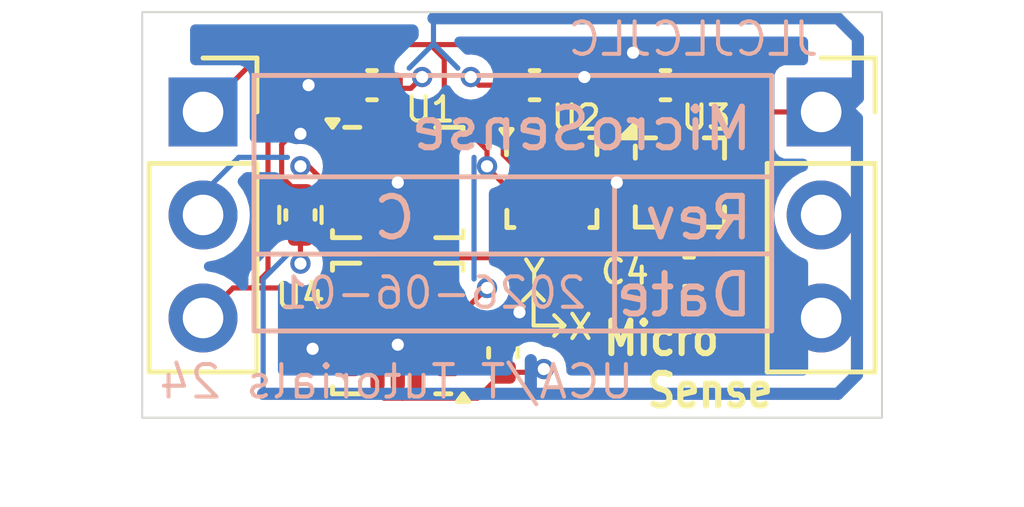
<source format=kicad_pcb>
(kicad_pcb (version 20240108) (generator "pcbnew") (generator_version "8.0")
  (title_block (title "MicroSense") (date "2024-04-17") (rev "C") (company "UC Aerospace") (comment 1 "Reviewed: K. Adlington") (comment 2 "Drawn: B. Redpath"))
  (layers (0 "F.Cu" signal) (31 "B.Cu" signal) (34 "B.Paste" user) (35 "F.Paste" user) (36 "B.SilkS" user "B.Silkscreen") (37 "F.SilkS" user "F.Silkscreen") (38 "B.Mask" user) (39 "F.Mask" user) (44 "Edge.Cuts" user))
  (net 0 "")
  (net 1 "+3V3")
  (net 2 "GND")
  (net 3 "/SCL")
  (net 4 "/SDA")
  (net 5 "/IMU_INT_1")
  (net 8 "Net-(U3-C1)")
  (footprint "Capacitor_SMD:C_0402_1005Metric" (layer "F.Cu") (at 141.326 102.67949 90)
    (property "Reference" "C6" (hide yes))
    (property "Value" "100n")
    (fp_line (start -0.107836 -0.36) (end 0.107836 -0.36) (stroke (width 0.12)) (layer "F.SilkS"))
    (fp_line (start -0.107836 0.36) (end 0.107836 0.36) (stroke (width 0.12)) (layer "F.SilkS"))
    (pad "1" smd roundrect (at -0.48 0 90) (size 0.56 0.62) (layers "F.Cu" "F.Paste" "F.Mask") (net 1 "+3V3"))
    (pad "2" smd roundrect (at 0.48 0 90) (size 0.56 0.62) (layers "F.Cu" "F.Paste" "F.Mask") (net 2 "GND"))
  )
  (footprint "Capacitor_SMD:C_0402_1005Metric" (layer "F.Cu") (at 142.098 96.07949)
    (property "Reference" "C2" (hide yes))
    (property "Value" "100n")
    (fp_line (start -0.107836 -0.36) (end 0.107836 -0.36) (stroke (width 0.12)) (layer "F.SilkS"))
    (fp_line (start -0.107836 0.36) (end 0.107836 0.36) (stroke (width 0.12)) (layer "F.SilkS"))
    (pad "1" smd roundrect (at -0.48 0) (size 0.56 0.62) (layers "F.Cu" "F.Paste" "F.Mask") (net 1 "+3V3"))
    (pad "2" smd roundrect (at 0.48 0) (size 0.56 0.62) (layers "F.Cu" "F.Paste" "F.Mask") (net 2 "GND"))
  )
  (footprint "Connector_PinSocket_2.54mm:PinSocket_1x03_P2.54mm_Vertical" (layer "F.Cu") (at 133.924 96.74)
    (property "Reference" "J1" (hide yes))
    (property "Value" "Callistated 1")
    (fp_line (start -1.33 1.27) (end -1.33 6.41) (stroke (width 0.12)) (layer "F.SilkS"))
    (fp_line (start -1.33 1.27) (end 1.33 1.27) (stroke (width 0.12)) (layer "F.SilkS"))
    (fp_line (start -1.33 6.41) (end 1.33 6.41) (stroke (width 0.12)) (layer "F.SilkS"))
    (fp_line (start 0 -1.33) (end 1.33 -1.33) (stroke (width 0.12)) (layer "F.SilkS"))
    (fp_line (start 1.33 -1.33) (end 1.33 0) (stroke (width 0.12)) (layer "F.SilkS"))
    (fp_line (start 1.33 1.27) (end 1.33 6.41) (stroke (width 0.12)) (layer "F.SilkS"))
    (pad "1" thru_hole rect (at 0 0) (size 1.7 1.7) (drill 1) (layers "*.Cu" "*.Mask") (net 3 "/SCL"))
    (pad "2" thru_hole oval (at 0 2.54) (size 1.7 1.7) (drill 1) (layers "*.Cu" "*.Mask") (net 5 "/IMU_INT_1"))
    (pad "3" thru_hole oval (at 0 5.08) (size 1.7 1.7) (drill 1) (layers "*.Cu" "*.Mask") (net 4 "/SDA"))
  )
  (footprint "Package_LGA:LGA-16_3x3mm_P0.5mm_LayoutBorder3x5y" (layer "F.Cu") (at 138.726 102.07949 180)
    (property "Reference" "U4" (at 2.4 0.8 180) (layer "F.SilkS") (effects (font (size 0.6 0.6) (thickness 0.1))))
    (property "Value" "H3LIS100DLTR")
    (fp_line (start 1.61 1.61) (end 1.61 1.435) (stroke (width 0.12)) (layer "F.SilkS"))
    (fp_line (start 1.61 -1.61) (end 1.61 -1.435) (stroke (width 0.12)) (layer "F.SilkS"))
    (fp_line (start 0.935 1.61) (end 1.61 1.61) (stroke (width 0.12)) (layer "F.SilkS"))
    (fp_line (start 0.935 -1.61) (end 1.61 -1.61) (stroke (width 0.12)) (layer "F.SilkS"))
    (fp_line (start -0.935 1.61) (end -1.61 1.61) (stroke (width 0.12)) (layer "F.SilkS"))
    (fp_line (start -0.935 -1.61) (end -1.31 -1.61) (stroke (width 0.12)) (layer "F.SilkS"))
    (fp_line (start -1.61 1.61) (end -1.61 1.435) (stroke (width 0.12)) (layer "F.SilkS"))
    (fp_poly (pts (xy -1.61 -1.61) (xy -1.75 -1.8) (xy -1.47 -1.8) (xy -1.61 -1.61)) (stroke (width 0.12)) (fill solid) (layer "F.SilkS"))
    (pad "1" smd roundrect (at -1.225 -1 180) (size 0.55 0.35) (layers "F.Cu" "F.Paste" "F.Mask") (net 1 "+3V3"))
    (pad "2" smd roundrect (at -1.225 -0.5 180) (size 0.55 0.35) (layers "F.Cu" "F.Paste" "F.Mask"))
    (pad "3" smd roundrect (at -1.225 0 180) (size 0.55 0.35) (layers "F.Cu" "F.Paste" "F.Mask"))
    (pad "4" smd roundrect (at -1.225 0.5 180) (size 0.55 0.35) (layers "F.Cu" "F.Paste" "F.Mask") (net 3 "/SCL"))
    (pad "5" smd roundrect (at -1.225 1 180) (size 0.55 0.35) (layers "F.Cu" "F.Paste" "F.Mask") (net 2 "GND"))
    (pad "6" smd roundrect (at -0.5 1.225 180) (size 0.35 0.55) (layers "F.Cu" "F.Paste" "F.Mask") (net 4 "/SDA"))
    (pad "7" smd roundrect (at 0 1.225 180) (size 0.35 0.55) (layers "F.Cu" "F.Paste" "F.Mask") (net 2 "GND"))
    (pad "8" smd roundrect (at 0.5 1.225 180) (size 0.35 0.55) (layers "F.Cu" "F.Paste" "F.Mask") (net 1 "+3V3"))
    (pad "9" smd roundrect (at 1.225 1 180) (size 0.55 0.35) (layers "F.Cu" "F.Paste" "F.Mask"))
    (pad "10" smd roundrect (at 1.225 0.5 180) (size 0.55 0.35) (layers "F.Cu" "F.Paste" "F.Mask") (net 2 "GND"))
    (pad "11" smd roundrect (at 1.225 0 180) (size 0.55 0.35) (layers "F.Cu" "F.Paste" "F.Mask"))
    (pad "12" smd roundrect (at 1.225 -0.5 180) (size 0.55 0.35) (layers "F.Cu" "F.Paste" "F.Mask") (net 2 "GND"))
    (pad "13" smd roundrect (at 1.225 -1 180) (size 0.55 0.35) (layers "F.Cu" "F.Paste" "F.Mask") (net 2 "GND"))
    (pad "14" smd roundrect (at 0.5 -1.225 180) (size 0.35 0.55) (layers "F.Cu" "F.Paste" "F.Mask") (net 1 "+3V3"))
    (pad "15" smd roundrect (at 0 -1.225 180) (size 0.35 0.55) (layers "F.Cu" "F.Paste" "F.Mask") (net 1 "+3V3"))
    (pad "16" smd roundrect (at -0.5 -1.225 180) (size 0.35 0.55) (layers "F.Cu" "F.Paste" "F.Mask") (net 2 "GND"))
  )
  (footprint "Package_LGA:LGA-14_3x2.5mm_P0.5mm_LayoutBorder3x4y" (layer "F.Cu") (at 138.726 98.47949)
    (property "Reference" "U1" (at 0.8 -1.8 180) (layer "F.SilkS") (effects (font (size 0.6 0.6) (thickness 0.1))))
    (property "Value" "LSM6DS3TR-C")
    (fp_line (start -1.61 1.36) (end -1.61 1.185) (stroke (width 0.12)) (layer "F.SilkS"))
    (fp_line (start -0.935 -1.36) (end -1.31 -1.36) (stroke (width 0.12)) (layer "F.SilkS"))
    (fp_line (start -0.935 1.36) (end -1.61 1.36) (stroke (width 0.12)) (layer "F.SilkS"))
    (fp_line (start 0.935 -1.36) (end 1.61 -1.36) (stroke (width 0.12)) (layer "F.SilkS"))
    (fp_line (start 0.935 1.36) (end 1.61 1.36) (stroke (width 0.12)) (layer "F.SilkS"))
    (fp_line (start 1.61 -1.36) (end 1.61 -1.185) (stroke (width 0.12)) (layer "F.SilkS"))
    (fp_line (start 1.61 1.36) (end 1.61 1.185) (stroke (width 0.12)) (layer "F.SilkS"))
    (fp_poly (pts (xy -1.61 -1.36) (xy -1.75 -1.55) (xy -1.47 -1.55) (xy -1.61 -1.36)) (stroke (width 0.12)) (fill solid) (layer "F.SilkS"))
    (pad "1" smd roundrect (at -1.1625 -0.75) (size 0.625 0.35) (layers "F.Cu" "F.Paste" "F.Mask") (net 2 "GND"))
    (pad "2" smd roundrect (at -1.1625 -0.25) (size 0.625 0.35) (layers "F.Cu" "F.Paste" "F.Mask") (net 2 "GND"))
    (pad "3" smd roundrect (at -1.1625 0.25) (size 0.625 0.35) (layers "F.Cu" "F.Paste" "F.Mask") (net 2 "GND"))
    (pad "4" smd roundrect (at -1.1625 0.75) (size 0.625 0.35) (layers "F.Cu" "F.Paste" "F.Mask") (net 5 "/IMU_INT_1"))
    (pad "5" smd roundrect (at -0.5 0.9125) (size 0.35 0.625) (layers "F.Cu" "F.Paste" "F.Mask") (net 1 "+3V3"))
    (pad "6" smd roundrect (at 0 0.9125) (size 0.35 0.625) (layers "F.Cu" "F.Paste" "F.Mask") (net 2 "GND"))
    (pad "7" smd roundrect (at 0.5 0.9125) (size 0.35 0.625) (layers "F.Cu" "F.Paste" "F.Mask") (net 2 "GND"))
    (pad "8" smd roundrect (at 1.1625 0.75) (size 0.625 0.35) (layers "F.Cu" "F.Paste" "F.Mask") (net 1 "+3V3"))
    (pad "9" smd roundrect (at 1.1625 0.25) (size 0.625 0.35) (layers "F.Cu" "F.Paste" "F.Mask"))
    (pad "10" smd roundrect (at 1.1625 -0.25) (size 0.625 0.35) (layers "F.Cu" "F.Paste" "F.Mask"))
    (pad "11" smd roundrect (at 1.1625 -0.75) (size 0.625 0.35) (layers "F.Cu" "F.Paste" "F.Mask"))
    (pad "12" smd roundrect (at 0.5 -0.9125) (size 0.35 0.625) (layers "F.Cu" "F.Paste" "F.Mask") (net 1 "+3V3"))
    (pad "13" smd roundrect (at 0 -0.9125) (size 0.35 0.625) (layers "F.Cu" "F.Paste" "F.Mask") (net 3 "/SCL"))
    (pad "14" smd roundrect (at -0.5 -0.9125) (size 0.35 0.625) (layers "F.Cu" "F.Paste" "F.Mask") (net 4 "/SDA"))
  )
  (footprint "Capacitor_SMD:C_0402_1005Metric" (layer "F.Cu") (at 136.326 99.27949 90)
    (property "Reference" "C5" (hide yes))
    (property "Value" "10u")
    (fp_line (start -0.107836 -0.36) (end 0.107836 -0.36) (stroke (width 0.12)) (layer "F.SilkS"))
    (fp_line (start -0.107836 0.36) (end 0.107836 0.36) (stroke (width 0.12)) (layer "F.SilkS"))
    (pad "1" smd roundrect (at -0.48 0 90) (size 0.56 0.62) (layers "F.Cu" "F.Paste" "F.Mask") (net 1 "+3V3"))
    (pad "2" smd roundrect (at 0.48 0 90) (size 0.56 0.62) (layers "F.Cu" "F.Paste" "F.Mask") (net 2 "GND"))
  )
  (footprint "Package_LGA:LGA-12_2x2mm_P0.5mm" (layer "F.Cu") (at 145.682 98.47949)
    (property "Reference" "U3" (at 0.644 -1.6 0) (layer "F.SilkS") (effects (font (size 0.6 0.6) (thickness 0.1))))
    (property "Value" "LIS2MDL")
    (fp_line (start -1.1 -1.1) (end -1.1 -1.1) (stroke (width 0.12)) (layer "F.SilkS"))
    (fp_line (start -1.1 -0.6) (end -1.1 -0.9) (stroke (width 0.12)) (layer "F.SilkS"))
    (fp_line (start -1.1 0.6) (end -1.1 0.6) (stroke (width 0.12)) (layer "F.SilkS"))
    (fp_line (start -1.1 1.1) (end -1.1 0.6) (stroke (width 0.12)) (layer "F.SilkS"))
    (fp_line (start -0.6 -1.1) (end -0.9 -1.1) (stroke (width 0.12)) (layer "F.SilkS"))
    (fp_line (start -0.6 1.1) (end -1.1 1.1) (stroke (width 0.12)) (layer "F.SilkS"))
    (fp_line (start 0.6 -1.1) (end 1.1 -1.1) (stroke (width 0.12)) (layer "F.SilkS"))
    (fp_line (start 0.6 1.1) (end 0.6 1.1) (stroke (width 0.12)) (layer "F.SilkS"))
    (fp_line (start 1.1 -1.1) (end 1.1 -0.6) (stroke (width 0.12)) (layer "F.SilkS"))
    (fp_line (start 1.1 -0.6) (end 1.1 -0.6) (stroke (width 0.12)) (layer "F.SilkS"))
    (fp_line (start 1.1 0.6) (end 1.1 1.1) (stroke (width 0.12)) (layer "F.SilkS"))
    (fp_line (start 1.1 1.1) (end 0.6 1.1) (stroke (width 0.12)) (layer "F.SilkS"))
    (fp_poly (pts (xy -1.1 -1.1) (xy -1.46 -1.1) (xy -1.1 -1.46) (xy -1.1 -1.1)) (stroke (width 0.12)) (fill solid) (layer "F.SilkS"))
    (pad "1" smd rect (at -0.7625 -0.75) (size 0.375 0.35) (layers "F.Cu" "F.Paste" "F.Mask") (net 3 "/SCL"))
    (pad "2" smd rect (at -0.7625 -0.25) (size 0.375 0.35) (layers "F.Cu" "F.Paste" "F.Mask"))
    (pad "3" smd rect (at -0.7625 0.25) (size 0.375 0.35) (layers "F.Cu" "F.Paste" "F.Mask") (net 1 "+3V3"))
    (pad "4" smd rect (at -0.7625 0.75) (size 0.375 0.35) (layers "F.Cu" "F.Paste" "F.Mask") (net 4 "/SDA"))
    (pad "5" smd rect (at -0.25 0.7625 90) (size 0.375 0.35) (layers "F.Cu" "F.Paste" "F.Mask") (net 8 "Net-(U3-C1)"))
    (pad "6" smd rect (at 0.25 0.7625 90) (size 0.375 0.35) (layers "F.Cu" "F.Paste" "F.Mask") (net 2 "GND"))
    (pad "7" smd rect (at 0.7625 0.75) (size 0.375 0.35) (layers "F.Cu" "F.Paste" "F.Mask"))
    (pad "8" smd rect (at 0.7625 0.25) (size 0.375 0.35) (layers "F.Cu" "F.Paste" "F.Mask") (net 2 "GND"))
    (pad "9" smd rect (at 0.7625 -0.25) (size 0.375 0.35) (layers "F.Cu" "F.Paste" "F.Mask") (net 1 "+3V3"))
    (pad "10" smd rect (at 0.7625 -0.75) (size 0.375 0.35) (layers "F.Cu" "F.Paste" "F.Mask") (net 1 "+3V3"))
    (pad "11" smd rect (at 0.25 -0.7625 90) (size 0.375 0.35) (layers "F.Cu" "F.Paste" "F.Mask"))
    (pad "12" smd rect (at -0.25 -0.7625 90) (size 0.375 0.35) (layers "F.Cu" "F.Paste" "F.Mask"))
  )
  (footprint "Package_LGA:ST_HLGA-10_2x2mm_P0.5mm_LayoutBorder3x2y" (layer "F.Cu") (at 142.526 98.47949)
    (property "Reference" "U2" (at 0.6 -1.6 0) (layer "F.SilkS") (effects (font (size 0.6 0.6) (thickness 0.1))))
    (property "Value" "LPS22HB")
    (fp_line (start -1.12 -0.685) (end -1.12 -0.88) (stroke (width 0.12)) (layer "F.SilkS"))
    (fp_line (start -1.11 1.11) (end -1.11 0.685) (stroke (width 0.12)) (layer "F.SilkS"))
    (fp_line (start -0.935 1.11) (end -1.11 1.11) (stroke (width 0.12)) (layer "F.SilkS"))
    (fp_line (start 0.935 -1.11) (end 1.11 -1.11) (stroke (width 0.12)) (layer "F.SilkS"))
    (fp_line (start 0.935 1.11) (end 1.11 1.11) (stroke (width 0.12)) (layer "F.SilkS"))
    (fp_line (start 1.11 -1.11) (end 1.11 -0.685) (stroke (width 0.12)) (layer "F.SilkS"))
    (fp_line (start 1.11 1.11) (end 1.11 0.685) (stroke (width 0.12)) (layer "F.SilkS"))
    (fp_poly (pts (xy -1.12 -1.12) (xy -1.26 -1.31) (xy -0.98 -1.31) (xy -1.12 -1.12)) (stroke (width 0.12)) (fill solid) (layer "F.SilkS"))
    (pad "1" smd roundrect (at -0.7625 -0.25) (size 0.425 0.35) (layers "F.Cu" "F.Paste" "F.Mask") (net 1 "+3V3"))
    (pad "2" smd roundrect (at -0.7625 0.25) (size 0.425 0.35) (layers "F.Cu" "F.Paste" "F.Mask") (net 3 "/SCL"))
    (pad "3" smd roundrect (at -0.5 0.7625) (size 0.35 0.425) (layers "F.Cu" "F.Paste" "F.Mask") (net 2 "GND"))
    (pad "4" smd roundrect (at 0 0.7625) (size 0.35 0.425) (layers "F.Cu" "F.Paste" "F.Mask") (net 4 "/SDA"))
    (pad "5" smd roundrect (at 0.5 0.7625) (size 0.35 0.425) (layers "F.Cu" "F.Paste" "F.Mask") (net 2 "GND"))
    (pad "6" smd roundrect (at 0.7625 0.25) (size 0.425 0.35) (layers "F.Cu" "F.Paste" "F.Mask") (net 1 "+3V3"))
    (pad "7" smd roundrect (at 0.7625 -0.25) (size 0.425 0.35) (layers "F.Cu" "F.Paste" "F.Mask"))
    (pad "8" smd roundrect (at 0.5 -0.7625) (size 0.35 0.425) (layers "F.Cu" "F.Paste" "F.Mask") (net 2 "GND"))
    (pad "9" smd roundrect (at 0 -0.7625) (size 0.35 0.425) (layers "F.Cu" "F.Paste" "F.Mask") (net 2 "GND"))
    (pad "10" smd roundrect (at -0.5 -0.7625) (size 0.35 0.425) (layers "F.Cu" "F.Paste" "F.Mask") (net 1 "+3V3"))
  )
  (footprint "Capacitor_SMD:C_0402_1005Metric" (layer "F.Cu") (at 145.326 96.07949 180)
    (property "Reference" "C3" (hide yes))
    (property "Value" "100n")
    (fp_line (start -0.107836 0.36) (end 0.107836 0.36) (stroke (width 0.12)) (layer "F.SilkS"))
    (fp_line (start -0.107836 -0.36) (end 0.107836 -0.36) (stroke (width 0.12)) (layer "F.SilkS"))
    (pad "1" smd roundrect (at -0.48 0 180) (size 0.56 0.62) (layers "F.Cu" "F.Paste" "F.Mask") (net 1 "+3V3"))
    (pad "2" smd roundrect (at 0.48 0 180) (size 0.56 0.62) (layers "F.Cu" "F.Paste" "F.Mask") (net 2 "GND"))
  )
  (footprint "Capacitor_SMD:C_0402_1005Metric" (layer "F.Cu") (at 138.09 96.07949 180)
    (property "Reference" "C1" (hide yes))
    (property "Value" "100n")
    (fp_line (start -0.107836 0.36) (end 0.107836 0.36) (stroke (width 0.12)) (layer "F.SilkS"))
    (fp_line (start -0.107836 -0.36) (end 0.107836 -0.36) (stroke (width 0.12)) (layer "F.SilkS"))
    (pad "1" smd roundrect (at -0.48 0 180) (size 0.56 0.62) (layers "F.Cu" "F.Paste" "F.Mask") (net 1 "+3V3"))
    (pad "2" smd roundrect (at 0.48 0 180) (size 0.56 0.62) (layers "F.Cu" "F.Paste" "F.Mask") (net 2 "GND"))
  )
  (footprint "Capacitor_SMD:C_0402_1005Metric" (layer "F.Cu") (at 145.908 100.67949)
    (property "Reference" "C4" (at -1.582 0 0) (layer "F.SilkS") (effects (font (size 0.6 0.6) (thickness 0.1))))
    (property "Value" "220n")
    (fp_line (start -0.107836 -0.36) (end 0.107836 -0.36) (stroke (width 0.12)) (layer "F.SilkS"))
    (fp_line (start -0.107836 0.36) (end 0.107836 0.36) (stroke (width 0.12)) (layer "F.SilkS"))
    (pad "1" smd roundrect (at -0.48 0) (size 0.56 0.62) (layers "F.Cu" "F.Paste" "F.Mask") (net 8 "Net-(U3-C1)"))
    (pad "2" smd roundrect (at 0.48 0) (size 0.56 0.62) (layers "F.Cu" "F.Paste" "F.Mask") (net 2 "GND"))
  )
  (footprint "Connector_PinSocket_2.54mm:PinSocket_1x03_P2.54mm_Vertical" (layer "F.Cu") (at 149.164 96.74)
    (property "Reference" "J2" (hide yes))
    (property "Value" "Callistated 2")
    (fp_line (start -1.33 1.27) (end -1.33 6.41) (stroke (width 0.12)) (layer "F.SilkS"))
    (fp_line (start -1.33 1.27) (end 1.33 1.27) (stroke (width 0.12)) (layer "F.SilkS"))
    (fp_line (start -1.33 6.41) (end 1.33 6.41) (stroke (width 0.12)) (layer "F.SilkS"))
    (fp_line (start 0 -1.33) (end 1.33 -1.33) (stroke (width 0.12)) (layer "F.SilkS"))
    (fp_line (start 1.33 -1.33) (end 1.33 0) (stroke (width 0.12)) (layer "F.SilkS"))
    (fp_line (start 1.33 1.27) (end 1.33 6.41) (stroke (width 0.12)) (layer "F.SilkS"))
    (pad "4" thru_hole oval (at 0 5.08) (size 1.7 1.7) (drill 1) (layers "*.Cu" "*.Mask") (net 2 "GND"))
    (pad "5" thru_hole oval (at 0 2.54) (size 1.7 1.7) (drill 1) (layers "*.Cu" "*.Mask"))
    (pad "6" thru_hole rect (at 0 0) (size 1.7 1.7) (drill 1) (layers "*.Cu" "*.Mask") (net 1 "+3V3"))
  )
  (gr_line (start 135.18 100.245) (end 147.945 100.24) (stroke (width 0.12)) (layer "B.SilkS"))
  (gr_rect (start 135.18 95.84) (end 147.945 102.14) (stroke (width 0.12)) (fill none) (layer "B.SilkS"))
  (gr_line (start 144.07 102.145) (end 144.07 98.345) (stroke (width 0.12)) (layer "B.SilkS"))
  (gr_line (start 135.18 98.34) (end 147.945 98.34) (stroke (width 0.12)) (layer "B.SilkS"))
  (gr_line (start 135.803174 99.077898) (end 135.803174 99.477898) (stroke (width 0.1)) (layer "F.SilkS"))
  (gr_line (start 142.074 102.00649) (end 142.074 101.24449) (stroke (width 0.1)) (layer "F.SilkS"))
  (gr_line (start 142.836 102.00649) (end 142.582 102.26049) (stroke (width 0.1)) (layer "F.SilkS"))
  (gr_line (start 136.84706 99.079489) (end 136.84706 99.479489) (stroke (width 0.1)) (layer "F.SilkS"))
  (gr_line (start 141.818 101.38748) (end 142.072 101.13348) (stroke (width 0.1)) (layer "F.SilkS"))
  (gr_line (start 142.074 102.00649) (end 142.836 102.00649) (stroke (width 0.1)) (layer "F.SilkS"))
  (gr_line (start 142.582 101.75249) (end 142.836 102.00649) (stroke (width 0.1)) (layer "F.SilkS"))
  (gr_line (start 142.326 101.38748) (end 142.072 101.13348) (stroke (width 0.1)) (layer "F.SilkS"))
  (gr_rect (start 132.424 94.28) (end 150.664 104.28) (stroke (width 0.05)) (fill none) (layer "Edge.Cuts"))
  (gr_text "${TITLE}" (at 147.545 97.74 0) (layer "B.SilkS") (effects (font (size 1 1)) (justify left bottom mirror)))
  (gr_text "Date" (at 147.545 101.84 0) (layer "B.SilkS") (effects (font (size 1 1)) (justify left bottom mirror)))
  (gr_text "${CURRENT_DATE}" (at 143.435 101.64 0) (layer "B.SilkS") (effects (font (size 0.75 0.75) (thickness 0.1)) (justify left bottom mirror)))
  (gr_text "${REVISION}" (at 139.245 99.94 0) (layer "B.SilkS") (effects (font (size 1 1)) (justify left bottom mirror)))
  (gr_text "JLCJLCJLC" (at 149.164 95.41 -0) (layer "B.SilkS") (effects (font (size 0.8 0.8) (thickness 0.1)) (justify left bottom mirror)))
  (gr_text "Rev" (at 147.545 99.94 0) (layer "B.SilkS") (effects (font (size 1 1)) (justify left bottom mirror)))
  (gr_text "UCA/T Tutorials 24" (at 144.606 103.85949 -0) (layer "B.SilkS") (effects (font (size 0.8 0.8) (thickness 0.1)) (justify left bottom mirror)))
  (gr_text "X" (at 142.87694 102.393904 0) (layer "F.SilkS") (effects (font (size 0.6 0.6) (thickness 0.1)) (justify left bottom)))
  (gr_text "Y" (at 141.766914 101.055381 0) (layer "F.SilkS") (effects (font (size 0.6 0.6) (thickness 0.1)) (justify left bottom)))
  (gr_text "Micro\n  Sense" (at 143.726 104.07949 0) (layer "F.SilkS") (effects (font (size 0.8 0.7) (thickness 0.15) (bold yes)) (justify left bottom)))
  (segment (start 146.4445 98.22949) (end 146.776 98.22949) (width 0.127) (layer "F.Cu") (net 1))
  (segment (start 138.648 96.15749) (end 139.048 96.15749) (width 0.127) (layer "F.Cu") (net 1))
  (segment (start 139.8885 99.71699) (end 139.526 100.07949) (width 0.127) (layer "F.Cu") (net 1))
  (segment (start 137.8585 99.75949) (end 137.326 99.75949) (width 0.127) (layer "F.Cu") (net 1))
  (segment (start 145.476 98.72949) (end 145.976 98.22949) (width 0.127) (layer "F.Cu") (net 1))
  (segment (start 142.526 98.22949) (end 141.7635 98.22949) (width 0.127) (layer "F.Cu") (net 1))
  (segment (start 138.84301 103.7965) (end 140.68899 103.7965) (width 0.127) (layer "F.Cu") (net 1))
  (segment (start 138.726 103.30449) (end 138.726 103.67949) (width 0.127) (layer "F.Cu") (net 1))
  (segment (start 142.246 103.15949) (end 142.326 103.07949) (width 0.127) (layer "F.Cu") (net 1))
  (segment (start 145.976 98.22949) (end 146.4445 98.22949) (width 0.127) (layer "F.Cu") (net 1))
  (segment (start 142.026 96.48749) (end 141.618 96.07949) (width 0.127) (layer "F.Cu") (net 1))
  (segment (start 141.7635 98.22949) (end 141.326 97.79199) (width 0.127) (layer "F.Cu") (net 1))
  (segment (start 138.226 103.30449) (end 138.226 100.85449) (width 0.127) (layer "F.Cu") (net 1))
  (segment (start 147.126 97.07949) (end 147.46549 96.74) (width 0.127) (layer "F.Cu") (net 1))
  (segment (start 143.2885 98.72949) (end 143.026 98.72949) (width 0.127) (layer "F.Cu") (net 1))
  (segment (start 136.326 99.75949) (end 136.326 100.47949) (width 0.127) (layer "F.Cu") (net 1))
  (segment (start 137.646 100.07949) (end 137.326 99.75949) (width 0.127) (layer "F.Cu") (net 1))
  (segment (start 138.726 103.67949) (end 138.84301 103.7965) (width 0.127) (layer "F.Cu") (net 1))
  (segment (start 142.026 97.71699) (end 142.026 96.48749) (width 0.127) (layer "F.Cu") (net 1))
  (segment (start 138.226 99.39199) (end 137.8585 99.75949) (width 0.127) (layer "F.Cu") (net 1))
  (segment (start 139.226 96.73549) (end 138.57 96.07949) (width 0.127) (layer "F.Cu") (net 1))
  (segment (start 139.8885 99.22949) (end 139.8885 99.71699) (width 0.127) (layer "F.Cu") (net 1))
  (segment (start 146.4445 97.72949) (end 146.4445 96.71799) (width 0.127) (layer "F.Cu") (net 1))
  (segment (start 147.126 96.87949) (end 147.126 97.07949) (width 0.127) (layer "F.Cu") (net 1))
  (segment (start 137.326 99.75949) (end 136.326 99.75949) (width 0.127) (layer "F.Cu") (net 1))
  (segment (start 141.326 96.37149) (end 141.618 96.07949) (width 0.127) (layer "F.Cu") (net 1))
  (segment (start 146.4445 96.71799) (end 145.806 96.07949) (width 0.127) (layer "F.Cu") (net 1))
  (segment (start 141.326 103.15949) (end 142.246 103.15949) (width 0.127) (layer "F.Cu") (net 1))
  (segment (start 147.46549 96.74) (end 149.164 96.74) (width 0.127) (layer "F.Cu") (net 1))
  (segment (start 146.776 98.22949) (end 147.126 97.87949) (width 0.127) (layer "F.Cu") (net 1))
  (segment (start 141.246 103.07949) (end 141.326 103.15949) (width 0.127) (layer "F.Cu") (net 1))
  (segment (start 144.9195 98.72949) (end 145.476 98.72949) (width 0.127) (layer "F.Cu") (net 1))
  (segment (start 141.326 97.79199) (end 141.326 96.37149) (width 0.127) (layer "F.Cu") (net 1))
  (segment (start 141.618 96.07949) (end 140.726 96.07949) (width 0.127) (layer "F.Cu") (net 1))
  (segment (start 139.048 96.15749) (end 139.326 95.87949) (width 0.127) (layer "F.Cu") (net 1))
  (segment (start 146.726 96.07949) (end 145.806 96.07949) (width 0.127) (layer "F.Cu") (net 1))
  (segment (start 139.951 103.07949) (end 141.246 103.07949) (width 0.127) (layer "F.Cu") (net 1))
  (segment (start 138.386539 103.7965) (end 138.84301 103.7965) (width 0.127) (layer "F.Cu") (net 1))
  (segment (start 138.226 103.635961) (end 138.386539 103.7965) (width 0.127) (layer "F.Cu") (net 1))
  (segment (start 147.126 96.87949) (end 147.126 96.47949) (width 0.127) (layer "F.Cu") (net 1))
  (segment (start 147.126 96.47949) (end 146.726 96.07949) (width 0.127) (layer "F.Cu") (net 1))
  (segment (start 147.126 97.87949) (end 147.126 96.87949) (width 0.127) (layer "F.Cu") (net 1))
  (segment (start 139.226 97.56699) (end 139.226 96.73549) (width 0.127) (layer "F.Cu") (net 1))
  (segment (start 138.226 103.30449) (end 138.226 103.635961) (width 0.127) (layer "F.Cu") (net 1))
  (segment (start 138.57 96.07949) (end 138.648 96.15749) (width 0.127) (layer "F.Cu") (net 1))
  (segment (start 143.026 98.72949) (end 142.526 98.22949) (width 0.127) (layer "F.Cu") (net 1))
  (segment (start 139.526 100.07949) (end 137.646 100.07949) (width 0.127) (layer "F.Cu") (net 1))
  (segment (start 140.726 96.07949) (end 140.526 95.87949) (width 0.127) (layer "F.Cu") (net 1))
  (segment (start 140.68899 103.7965) (end 141.326 103.15949) (width 0.127) (layer "F.Cu") (net 1))
  (via (at 139.326 95.87949) (size 0.5) (drill 0.3) (layers "F.Cu" "B.Cu") (net 1))
  (via (at 136.326 100.47949) (size 0.5) (drill 0.3) (layers "F.Cu" "B.Cu") (net 1))
  (via (at 140.526 95.87949) (size 0.5) (drill 0.3) (layers "F.Cu" "B.Cu") (net 1))
  (via (at 142.326 103.07949) (size 0.5) (drill 0.3) (layers "F.Cu" "B.Cu") (net 1))
  (segment (start 135.406 100.85949) (end 135.406 103.69) (width 0.127) (layer "B.Cu") (net 1))
  (segment (start 139.606 95.05949) (end 139.606 94.43) (width 0.127) (layer "B.Cu") (net 1))
  (segment (start 142.006 103.69) (end 149.57549 103.69) (width 0.3) (layer "B.Cu") (net 1))
  (segment (start 149.57549 103.69) (end 150.047 103.21849) (width 0.3) (layer "B.Cu") (net 1))
  (segment (start 149.94549 96.52) (end 150.07 96.39549) (width 0.3) (layer "B.Cu") (net 1))
  (segment (start 149.66651 96.52) (end 149.94549 96.52) (width 0.3) (layer "B.Cu") (net 1))
  (segment (start 150.07 96.39549) (end 150.07 94.92349) (width 0.3) (layer "B.Cu") (net 1))
  (segment (start 140.206 95.65949) (end 139.606 95.05949) (width 0.127) (layer "B.Cu") (net 1))
  (segment (start 136.006 100.25949) (end 135.406 100.85949) (width 0.127) (layer "B.Cu") (net 1))
  (segment (start 139.006 95.65949) (end 139.606 95.05949) (width 0.127) (layer "B.Cu") (net 1))
  (segment (start 149.57651 94.43) (end 139.606 94.43) (width 0.3) (layer "B.Cu") (net 1))
  (segment (start 150.047 103.21849) (end 150.047 96.90049) (width 0.3) (layer "B.Cu") (net 1))
  (segment (start 142.006 103.69) (end 142.006 102.85949) (width 0.3) (layer "B.Cu") (net 1))
  (segment (start 150.07 94.92349) (end 149.57651 94.43) (width 0.3) (layer "B.Cu") (net 1))
  (segment (start 150.047 96.90049) (end 149.66651 96.52) (width 0.3) (layer "B.Cu") (net 1))
  (segment (start 142.006 103.69) (end 135.406 103.69) (width 0.3) (layer "B.Cu") (net 1))
  (segment (start 138.726 99.39199) (end 138.726 98.47949) (width 0.127) (layer "F.Cu") (net 2))
  (segment (start 136.976 97.72949) (end 137.5635 97.72949) (width 0.127) (layer "F.Cu") (net 2))
  (segment (start 144.126 98.500066) (end 144.126 98.47949) (width 0.127) (layer "F.Cu") (net 2))
  (segment (start 142.578 96.07949) (end 143.126 96.07949) (width 0.127) (layer "F.Cu") (net 2))
  (segment (start 139.226 103.30449) (end 139.226 103.029491) (width 0.127) (layer "F.Cu") (net 2))
  (segment (start 137.5635 98.72949) (end 138.476 98.72949) (width 0.127) (layer "F.Cu") (net 2))
  (segment (start 143.026 97.71699) (end 143.026 96.52749) (width 0.127) (layer "F.Cu") (net 2))
  (segment (start 141.726 101.67949) (end 141.326 102.07949) (width 0.127) (layer "F.Cu") (net 2))
  (segment (start 141.9635 99.24199) (end 142.026 99.24199) (width 0.127) (layer "F.Cu") (net 2))
  (segment (start 142.731076 98.83899) (end 142.320924 98.83899) (width 0.127) (layer "F.Cu") (net 2))
  (segment (start 136.326 97.27949) (end 136.526 97.27949) (width 0.127) (layer "F.Cu") (net 2))
  (segment (start 135.8625 98.33599) (end 136.326 98.79949) (width 0.127) (layer "F.Cu") (net 2))
  (segment (start 142.526 96.13149) (end 142.578 96.07949) (width 0.127) (layer "F.Cu") (net 2))
  (segment (start 136.626 102.283914) (end 137.330424 101.57949) (width 0.127) (layer "F.Cu") (net 2))
  (segment (start 139.226 103.029491) (end 138.726 102.529491) (width 0.127) (layer "F.Cu") (net 2))
  (segment (start 135.8625 97.54299) (end 135.8625 98.33599) (width 0.127) (layer "F.Cu") (net 2))
  (segment (start 144.846 95.59949) (end 144.526 95.27949) (width 0.127) (layer "F.Cu") (net 2))
  (segment (start 143.026 96.52749) (end 142.578 96.07949) (width 0.127) (layer "F.Cu") (net 2))
  (segment (start 138.726 100.85449) (end 138.726 102.47949) (width 0.127) (layer "F.Cu") (net 2))
  (segment (start 138.476 98.72949) (end 138.726 98.47949) (width 0.127) (layer "F.Cu") (net 2))
  (segment (start 143.126 96.07949) (end 143.326 95.87949) (width 0.127) (layer "F.Cu") (net 2))
  (segment (start 143.026 99.24199) (end 143.384076 99.24199) (width 0.127) (layer "F.Cu") (net 2))
  (segment (start 136.926 103.07949) (end 137.501 103.07949) (width 0.127) (layer "F.Cu") (net 2))
  (segment (start 144.846 96.07949) (end 144.846 95.59949) (width 0.127) (layer "F.Cu") (net 2))
  (segment (start 139.726 101.07949) (end 138.726 102.07949) (width 0.127) (layer "F.Cu") (net 2))
  (segment (start 138.726 102.529491) (end 138.726 102.47949) (width 0.127) (layer "F.Cu") (net 2))
  (segment (start 136.126 97.27949) (end 135.8625 97.54299) (width 0.127) (layer "F.Cu") (net 2))
  (segment (start 136.626 102.57949) (end 137.501 102.57949) (width 0.127) (layer "F.Cu") (net 2))
  (segment (start 136.326 97.27949) (end 136.126 97.27949) (width 0.127) (layer "F.Cu") (net 2))
  (segment (start 137.61 96.07949) (end 136.526 96.07949) (width 0.127) (layer "F.Cu") (net 2))
  (segment (start 137.5635 98.22949) (end 137.176 98.22949) (width 0.127) (layer "F.Cu") (net 2))
  (segment (start 149.164 101.82) (end 148.02349 100.67949) (width 0.127) (layer "F.Cu") (net 2))
  (segment (start 137.330424 101.57949) (end 137.501 101.57949) (width 0.127) (layer "F.Cu") (net 2))
  (segment (start 136.526 97.27949) (end 136.976 97.72949) (width 0.127) (layer "F.Cu") (net 2))
  (segment (start 145.932 99.24199) (end 145.932 99.68549) (width 0.127) (layer "F.Cu") (net 2))
  (segment (start 146.388 100.34149) (end 146.388 100.67949) (width 0.127) (layer "F.Cu") (net 2))
  (segment (start 138.726 102.07949) (end 138.726 102.47949) (width 0.127) (layer "F.Cu") (net 2))
  (segment (start 145.932 98.92749) (end 146.13 98.72949) (width 0.127) (layer "F.Cu") (net 2))
  (segment (start 141.326 102.07949) (end 141.326 102.19949) (width 0.127) (layer "F.Cu") (net 2))
  (segment (start 143.384076 99.24199) (end 144.126 98.500066) (width 0.127) (layer "F.Cu") (net 2))
  (segment (start 146.126 100.07949) (end 146.388 100.34149) (width 0.127) (layer "F.Cu") (net 2))
  (segment (start 146.13 98.72949) (end 146.4445 98.72949) (width 0.127) (layer "F.Cu") (net 2))
  (segment (start 137.176 98.22949) (end 136.976 98.02949) (width 0.127) (layer "F.Cu") (net 2))
  (segment (start 136.626 102.57949) (end 136.626 102.77949) (width 0.127) (layer "F.Cu") (net 2))
  (segment (start 136.626 102.77949) (end 136.926 103.07949) (width 0.127) (layer "F.Cu") (net 2))
  (segment (start 142.526 97.71699) (end 142.526 96.13149) (width 0.127) (layer "F.Cu") (net 2))
  (segment (start 142.320924 98.83899) (end 142.026 99.133914) (width 0.127) (layer "F.Cu") (net 2))
  (segment (start 139.226 98.97949) (end 138.726 98.47949) (width 0.127) (layer "F.Cu") (net 2))
  (segment (start 145.932 99.68549) (end 146.126 99.87949) (width 0.127) (layer "F.Cu") (net 2))
  (segment (start 143.026 99.133914) (end 142.731076 98.83899) (width 0.127) (layer "F.Cu") (net 2))
  (segment (start 136.626 102.57949) (end 136.626 102.283914) (width 0.127) (layer "F.Cu") (net 2))
  (segment (start 139.226 99.39199) (end 139.226 98.97949) (width 0.127) (layer "F.Cu") (net 2))
  (segment (start 136.976 98.02949) (end 136.976 97.72949) (width 0.127) (layer "F.Cu") (net 2))
  (segment (start 143.026 99.24199) (end 143.026 99.133914) (width 0.127) (layer "F.Cu") (net 2))
  (segment (start 139.951 101.07949) (end 139.726 101.07949) (width 0.127) (layer "F.Cu") (net 2))
  (segment (start 146.126 99.87949) (end 146.126 100.07949) (width 0.127) (layer "F.Cu") (net 2))
  (segment (start 148.02349 100.67949) (end 146.388 100.67949) (width 0.127) (layer "F.Cu") (net 2))
  (segment (start 142.026 99.133914) (end 142.026 99.24199) (width 0.127) (layer "F.Cu") (net 2))
  (segment (start 145.932 99.24199) (end 145.932 98.92749) (width 0.127) (layer "F.Cu") (net 2))
  (via (at 144.526 95.27949) (size 0.5) (drill 0.3) (layers "F.Cu" "B.Cu") (net 2))
  (via (at 136.526 96.07949) (size 0.5) (drill 0.3) (layers "F.Cu" "B.Cu") (net 2))
  (via (at 138.726 98.47949) (size 0.5) (drill 0.3) (layers "F.Cu" "B.Cu") (net 2))
  (via (at 138.726 102.47949) (size 0.5) (drill 0.3) (layers "F.Cu" "B.Cu") (net 2))
  (via (at 144.126 98.47949) (size 0.5) (drill 0.3) (layers "F.Cu" "B.Cu") (net 2))
  (via (at 136.326 97.27949) (size 0.5) (drill 0.3) (layers "F.Cu" "B.Cu") (net 2))
  (via (at 136.626 102.57949) (size 0.5) (drill 0.3) (layers "F.Cu" "B.Cu") (net 2))
  (via (at 141.726 101.67949) (size 0.5) (drill 0.3) (layers "F.Cu" "B.Cu") (net 2))
  (via (at 143.326 95.87949) (size 0.5) (drill 0.3) (layers "F.Cu" "B.Cu") (net 2))
  (segment (start 144.376 97.72949) (end 143.926 97.27949) (width 0.127) (layer "F.Cu") (net 3))
  (segment (start 141.551001 98.72949) (end 140.926 98.104489) (width 0.127) (layer "F.Cu") (net 3))
  (segment (start 143.926 95.47949) (end 143.526 95.07949) (width 0.127) (layer "F.Cu") (net 3))
  (segment (start 135.58451 95.07949) (end 133.924 96.74) (width 0.127) (layer "F.Cu") (net 3))
  (segment (start 139.526 95.07949) (end 137.526 95.07949) (width 0.127) (layer "F.Cu") (net 3))
  (segment (start 137.526 95.07949) (end 135.58451 95.07949) (width 0.127) (layer "F.Cu") (net 3))
  (segment (start 139.951 101.57949) (end 140.426 101.57949) (width 0.127) (layer "F.Cu") (net 3))
  (segment (start 138.0995 96.39027) (end 138.0995 95.65299) (width 0.127) (layer "F.Cu") (net 3))
  (segment (start 139.872 96.62549) (end 139.872 95.42549) (width 0.127) (layer "F.Cu") (net 3))
  (segment (start 138.726 97.56699) (end 138.726 97.01677) (width 0.127) (layer "F.Cu") (net 3))
  (segment (start 144.9195 97.72949) (end 144.376 97.72949) (width 0.127) (layer "F.Cu") (net 3))
  (segment (start 138.726 97.01677) (end 138.0995 96.39027) (width 0.127) (layer "F.Cu") (net 3))
  (segment (start 143.526 95.07949) (end 139.526 95.07949) (width 0.127) (layer "F.Cu") (net 3))
  (segment (start 141.7635 98.72949) (end 141.551001 98.72949) (width 0.127) (layer "F.Cu") (net 3))
  (segment (start 139.872 95.42549) (end 139.526 95.07949) (width 0.127) (layer "F.Cu") (net 3))
  (segment (start 140.926 98.104489) (end 140.926 97.67949) (width 0.127) (layer "F.Cu") (net 3))
  (segment (start 140.926 97.67949) (end 139.872 96.62549) (width 0.127) (layer "F.Cu") (net 3))
  (segment (start 143.926 97.27949) (end 143.926 95.47949) (width 0.127) (layer "F.Cu") (net 3))
  (segment (start 138.0995 95.65299) (end 137.526 95.07949) (width 0.127) (layer "F.Cu") (net 3))
  (segment (start 140.426 101.57949) (end 140.926 101.07949) (width 0.127) (layer "F.Cu") (net 3))
  (via (at 140.926 98.07949) (size 0.5) (drill 0.3) (layers "F.Cu" "B.Cu") (net 3))
  (via (at 140.926 101.07949) (size 0.5) (drill 0.3) (layers "F.Cu" "B.Cu") (net 3))
  (segment (start 140.606 100.85949) (end 140.606 97.85949) (width 0.127) (layer "B.Cu") (net 3))
  (segment (start 139.226 100.683914) (end 138.875576 100.33349) (width 0.127) (layer "F.Cu") (net 4))
  (segment (start 144.376 99.22949) (end 143.272 100.33349) (width 0.127) (layer "F.Cu") (net 4))
  (segment (start 138.875576 100.33349) (end 137.372 100.33349) (width 0.127) (layer "F.Cu") (net 4))
  (segment (start 134.66451 101.07949) (end 133.924 101.82) (width 0.127) (layer "F.Cu") (net 4))
  (segment (start 137.372 100.33349) (end 136.626 101.07949) (width 0.127) (layer "F.Cu") (net 4))
  (segment (start 135.526 97.27949) (end 135.526 100.67949) (width 0.127) (layer "F.Cu") (net 4))
  (segment (start 135.526 100.67949) (end 135.126 101.07949) (width 0.127) (layer "F.Cu") (net 4))
  (segment (start 137.726 96.67949) (end 136.126 96.67949) (width 0.127) (layer "F.Cu") (net 4))
  (segment (start 143.272 100.33349) (end 141.646999 100.33349) (width 0.127) (layer "F.Cu") (net 4))
  (segment (start 136.126 96.67949) (end 135.526 97.27949) (width 0.127) (layer "F.Cu") (net 4))
  (segment (start 144.9195 99.22949) (end 144.376 99.22949) (width 0.127) (layer "F.Cu") (net 4))
  (segment (start 136.626 101.07949) (end 134.66451 101.07949) (width 0.127) (layer "F.Cu") (net 4))
  (segment (start 141.646999 100.33349) (end 138.875576 100.33349) (width 0.127) (layer "F.Cu") (net 4))
  (segment (start 142.526 99.24199) (end 142.526 99.454489) (width 0.127) (layer "F.Cu") (net 4))
  (segment (start 138.226 97.56699) (end 138.226 97.17949) (width 0.127) (layer "F.Cu") (net 4))
  (segment (start 142.526 99.454489) (end 141.646999 100.33349) (width 0.127) (layer "F.Cu") (net 4))
  (segment (start 139.226 100.85449) (end 139.226 100.683914) (width 0.127) (layer "F.Cu") (net 4))
  (segment (start 138.226 97.17949) (end 137.726 96.67949) (width 0.127) (layer "F.Cu") (net 4))
  (segment (start 136.8265 98.37999) (end 136.8265 98.700566) (width 0.127) (layer "F.Cu") (net 5))
  (segment (start 137.355424 99.22949) (end 137.5635 99.22949) (width 0.127) (layer "F.Cu") (net 5))
  (segment (start 136.326 98.07949) (end 136.526 98.07949) (width 0.127) (layer "F.Cu") (net 5))
  (segment (start 136.526 98.07949) (end 136.8265 98.37999) (width 0.127) (layer "F.Cu") (net 5))
  (segment (start 136.8265 98.700566) (end 137.355424 99.22949) (width 0.127) (layer "F.Cu") (net 5))
  (via (at 136.326 98.07949) (size 0.5) (drill 0.3) (layers "F.Cu" "B.Cu") (net 5))
  (segment (start 134.80451 97.85949) (end 133.604 99.06) (width 0.127) (layer "B.Cu") (net 5))
  (segment (start 136.006 97.85949) (end 134.80451 97.85949) (width 0.127) (layer "B.Cu") (net 5))
  (segment (start 145.432 100.67549) (end 145.428 100.67949) (width 0.127) (layer "F.Cu") (net 8))
  (segment (start 145.432 99.24199) (end 145.432 100.67549) (width 0.127) (layer "F.Cu") (net 8))
  (segment (start 145.432 100.92399) (end 145.428 100.92799) (width 0.127) (layer "F.Cu") (net 8))
  (zone (net 2) (net_name "GND") (layer "B.Cu") (connect_pads yes (clearance 0.3)) (min_thickness 0.25) (fill yes (thermal_gap 0.5) (thermal_bridge_width 0.5))
    (polygon (pts (xy 133.604 93.98) (xy 148.844 93.98) (xy 148.844 104.14) (xy 133.604 104.14)))
  )
)
</source>
